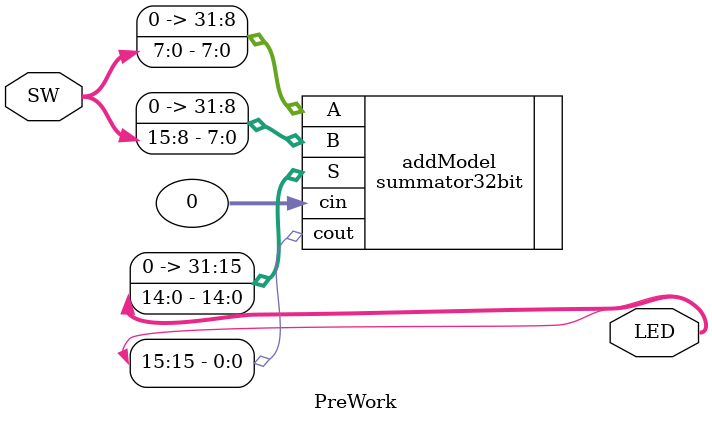
<source format=v>
`timescale 1ns / 1ps


module PreWork(
    input [15:0] SW,
    output [15:0] LED
    );

summator32bit addModel(
    .A( {24'b0, SW[7:0]} ),
    .B( {24'b0, SW[15:8]} ),
    .S( {17'b0, LED[14:0]} ),
    .cin(0),
    .cout(LED[15])
);

endmodule

</source>
